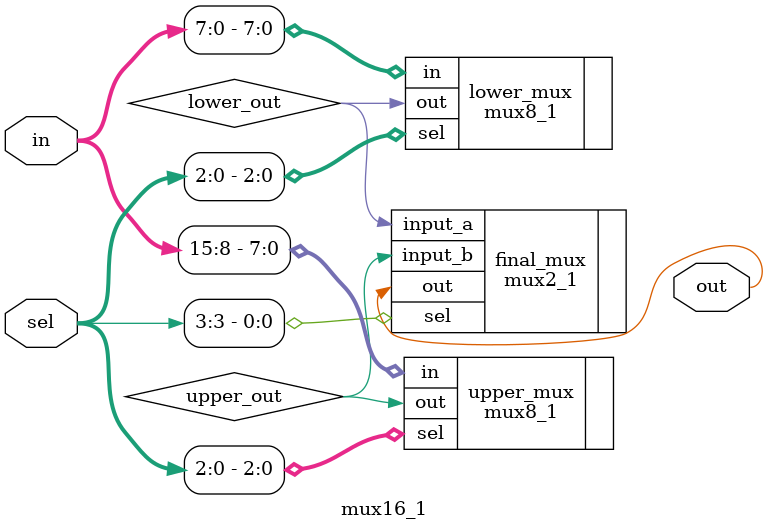
<source format=sv>
`timescale 1ns/10ps

module mux16_1(sel, in, out);
	input logic [3:0] sel;
	input logic [15:0] in;
	output logic out;
	logic lower_out, upper_out;
	
	mux8_1 lower_mux(.sel(sel[2:0]), .in(in[7:0]), .out(lower_out));
	mux8_1 upper_mux(.sel(sel[2:0]), .in(in[15:8]), .out(upper_out));
	mux2_1 final_mux(.sel(sel[3]), .input_a(lower_out), .input_b(upper_out), .out(out));
	
endmodule

</source>
